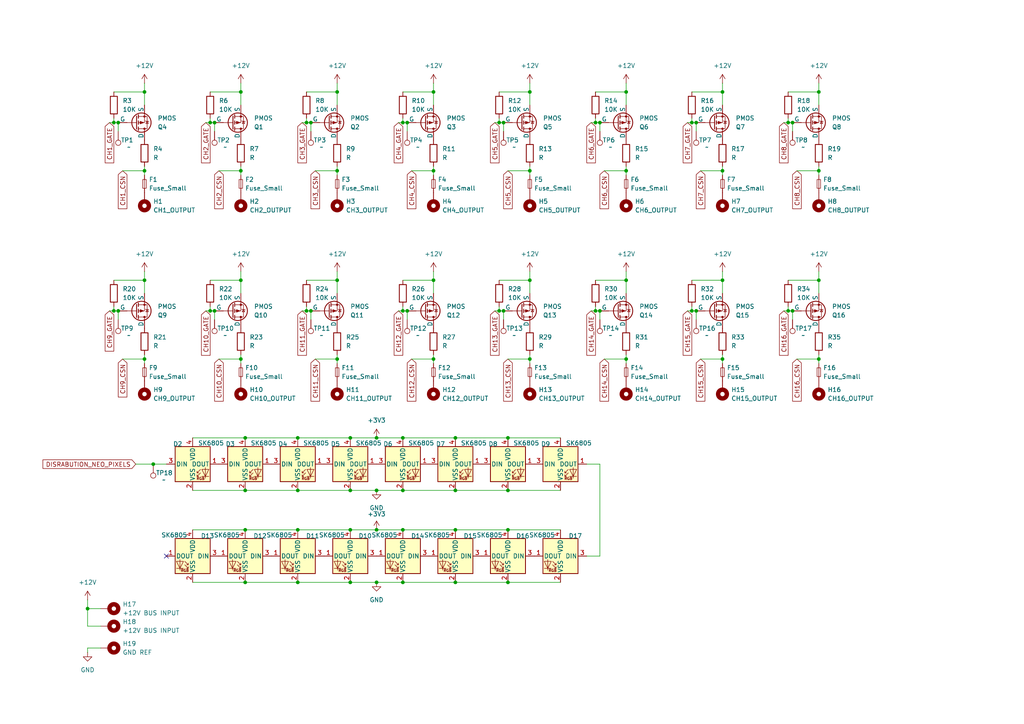
<source format=kicad_sch>
(kicad_sch (version 20250114) (generator "eeschema") (generator_version "9.0")
  (paper "A4")
  (junction (at 237.49 49.53))
  (junction (at 86.36 168.91))
  (junction (at 147.32 153.67))
  (junction (at 44.45 134.62))
  (junction (at 69.85 81.28))
  (junction (at 101.6 127))
  (junction (at 209.55 49.53))
  (junction (at 69.85 104.14))
  (junction (at 153.67 81.28))
  (junction (at 33.02 90.17))
  (junction (at 41.91 26.67))
  (junction (at 146.05 35.56))
  (junction (at 228.6 35.56))
  (junction (at 109.22 142.24))
  (junction (at 116.84 35.56))
  (junction (at 109.22 127))
  (junction (at 71.12 142.24))
  (junction (at 209.55 26.67))
  (junction (at 181.61 81.28))
  (junction (at 229.87 35.56))
  (junction (at 125.73 26.67))
  (junction (at 90.17 90.17))
  (junction (at 181.61 49.53))
  (junction (at 209.55 81.28))
  (junction (at 33.02 35.56))
  (junction (at 201.93 90.17))
  (junction (at 116.84 90.17))
  (junction (at 41.91 49.53))
  (junction (at 116.84 168.91))
  (junction (at 62.23 35.56))
  (junction (at 71.12 153.67))
  (junction (at 209.55 104.14))
  (junction (at 109.22 153.67))
  (junction (at 86.36 127))
  (junction (at 101.6 153.67))
  (junction (at 132.08 168.91))
  (junction (at 69.85 26.67))
  (junction (at 118.11 90.17))
  (junction (at 25.4 176.53))
  (junction (at 34.29 35.56))
  (junction (at 125.73 81.28))
  (junction (at 144.78 90.17))
  (junction (at 125.73 49.53))
  (junction (at 146.05 90.17))
  (junction (at 228.6 90.17))
  (junction (at 41.91 104.14))
  (junction (at 97.79 81.28))
  (junction (at 116.84 142.24))
  (junction (at 90.17 35.56))
  (junction (at 109.22 168.91))
  (junction (at 101.6 142.24))
  (junction (at 101.6 168.91))
  (junction (at 153.67 26.67))
  (junction (at 62.23 90.17))
  (junction (at 172.72 35.56))
  (junction (at 200.66 35.56))
  (junction (at 41.91 81.28))
  (junction (at 34.29 90.17))
  (junction (at 181.61 104.14))
  (junction (at 147.32 127))
  (junction (at 173.99 35.56))
  (junction (at 125.73 104.14))
  (junction (at 132.08 142.24))
  (junction (at 147.32 168.91))
  (junction (at 237.49 26.67))
  (junction (at 88.9 90.17))
  (junction (at 71.12 127))
  (junction (at 60.96 35.56))
  (junction (at 200.66 90.17))
  (junction (at 97.79 104.14))
  (junction (at 97.79 26.67))
  (junction (at 132.08 153.67))
  (junction (at 201.93 35.56))
  (junction (at 144.78 35.56))
  (junction (at 86.36 153.67))
  (junction (at 116.84 127))
  (junction (at 237.49 81.28))
  (junction (at 116.84 153.67))
  (junction (at 172.72 90.17))
  (junction (at 132.08 127))
  (junction (at 173.99 90.17))
  (junction (at 153.67 49.53))
  (junction (at 71.12 168.91))
  (junction (at 86.36 142.24))
  (junction (at 60.96 90.17))
  (junction (at 153.67 104.14))
  (junction (at 69.85 49.53))
  (junction (at 229.87 90.17))
  (junction (at 237.49 104.14))
  (junction (at 118.11 35.56))
  (junction (at 88.9 35.56))
  (junction (at 147.32 142.24))
  (junction (at 97.79 49.53))
  (junction (at 181.61 26.67))
  (no_connect (at 48.26 161.29))
  (wire (pts (xy 172.72 35.56) (xy 173.99 35.56)))
  (wire (pts (xy 62.23 90.17) (xy 62.23 92.71)))
  (wire (pts (xy 109.22 127) (xy 116.84 127)))
  (wire (pts (xy 86.36 127) (xy 101.6 127)))
  (wire (pts (xy 101.6 153.67) (xy 109.22 153.67)))
  (wire (pts (xy 97.79 26.67) (xy 97.79 30.48)))
  (wire (pts (xy 116.84 153.67) (xy 132.08 153.67)))
  (wire (pts (xy 116.84 88.9) (xy 116.84 90.17)))
  (wire (pts (xy 237.49 81.28) (xy 237.49 85.09)))
  (wire (pts (xy 116.84 168.91) (xy 132.08 168.91)))
  (wire (pts (xy 237.49 24.13) (xy 237.49 26.67)))
  (wire (pts (xy 33.02 26.67) (xy 41.91 26.67)))
  (wire (pts (xy 132.08 127) (xy 147.32 127)))
  (wire (pts (xy 91.44 49.53) (xy 97.79 49.53)))
  (wire (pts (xy 181.61 26.67) (xy 181.61 30.48)))
  (wire (pts (xy 41.91 48.26) (xy 41.91 49.53)))
  (wire (pts (xy 31.75 90.17) (xy 33.02 90.17)))
  (wire (pts (xy 153.67 81.28) (xy 153.67 85.09)))
  (wire (pts (xy 71.12 142.24) (xy 86.36 142.24)))
  (wire (pts (xy 69.85 102.87) (xy 69.85 104.14)))
  (wire (pts (xy 41.91 81.28) (xy 41.91 85.09)))
  (wire (pts (xy 116.84 26.67) (xy 125.73 26.67)))
  (wire (pts (xy 63.5 104.14) (xy 69.85 104.14)))
  (wire (pts (xy 147.32 142.24) (xy 162.56 142.24)))
  (wire (pts (xy 88.9 34.29) (xy 88.9 35.56)))
  (wire (pts (xy 147.32 168.91) (xy 162.56 168.91)))
  (wire (pts (xy 181.61 104.14) (xy 181.61 105.41)))
  (wire (pts (xy 69.85 78.74) (xy 69.85 81.28)))
  (wire (pts (xy 87.63 35.56) (xy 88.9 35.56)))
  (wire (pts (xy 41.91 26.67) (xy 41.91 30.48)))
  (wire (pts (xy 144.78 88.9) (xy 144.78 90.17)))
  (wire (pts (xy 101.6 168.91) (xy 109.22 168.91)))
  (wire (pts (xy 132.08 153.67) (xy 147.32 153.67)))
  (wire (pts (xy 144.78 34.29) (xy 144.78 35.56)))
  (wire (pts (xy 33.02 35.56) (xy 34.29 35.56)))
  (wire (pts (xy 109.22 142.24) (xy 116.84 142.24)))
  (wire (pts (xy 228.6 81.28) (xy 237.49 81.28)))
  (wire (pts (xy 173.99 134.62) (xy 173.99 161.29)))
  (wire (pts (xy 153.67 102.87) (xy 153.67 104.14)))
  (wire (pts (xy 97.79 81.28) (xy 97.79 85.09)))
  (wire (pts (xy 69.85 49.53) (xy 69.85 50.8)))
  (wire (pts (xy 209.55 48.26) (xy 209.55 49.53)))
  (wire (pts (xy 88.9 90.17) (xy 90.17 90.17)))
  (wire (pts (xy 116.84 142.24) (xy 132.08 142.24)))
  (wire (pts (xy 153.67 24.13) (xy 153.67 26.67)))
  (wire (pts (xy 125.73 104.14) (xy 125.73 105.41)))
  (wire (pts (xy 86.36 142.24) (xy 101.6 142.24)))
  (wire (pts (xy 25.4 173.99) (xy 25.4 176.53)))
  (wire (pts (xy 33.02 34.29) (xy 33.02 35.56)))
  (wire (pts (xy 41.91 49.53) (xy 41.91 50.8)))
  (wire (pts (xy 88.9 26.67) (xy 97.79 26.67)))
  (wire (pts (xy 116.84 90.17) (xy 118.11 90.17)))
  (wire (pts (xy 209.55 24.13) (xy 209.55 26.67)))
  (wire (pts (xy 173.99 35.56) (xy 173.99 38.1)))
  (wire (pts (xy 227.33 90.17) (xy 228.6 90.17)))
  (wire (pts (xy 60.96 35.56) (xy 62.23 35.56)))
  (wire (pts (xy 125.73 49.53) (xy 125.73 50.8)))
  (wire (pts (xy 59.69 90.17) (xy 60.96 90.17)))
  (wire (pts (xy 170.18 134.62) (xy 173.99 134.62)))
  (wire (pts (xy 69.85 24.13) (xy 69.85 26.67)))
  (wire (pts (xy 35.56 104.14) (xy 41.91 104.14)))
  (wire (pts (xy 175.26 104.14) (xy 181.61 104.14)))
  (wire (pts (xy 88.9 35.56) (xy 90.17 35.56)))
  (wire (pts (xy 60.96 88.9) (xy 60.96 90.17)))
  (wire (pts (xy 153.67 78.74) (xy 153.67 81.28)))
  (wire (pts (xy 209.55 78.74) (xy 209.55 81.28)))
  (wire (pts (xy 44.45 134.62) (xy 48.26 134.62)))
  (wire (pts (xy 55.88 168.91) (xy 71.12 168.91)))
  (wire (pts (xy 209.55 102.87) (xy 209.55 104.14)))
  (wire (pts (xy 209.55 49.53) (xy 209.55 50.8)))
  (wire (pts (xy 33.02 90.17) (xy 34.29 90.17)))
  (wire (pts (xy 90.17 35.56) (xy 90.17 38.1)))
  (wire (pts (xy 55.88 142.24) (xy 71.12 142.24)))
  (wire (pts (xy 116.84 34.29) (xy 116.84 35.56)))
  (wire (pts (xy 144.78 35.56) (xy 146.05 35.56)))
  (wire (pts (xy 144.78 26.67) (xy 153.67 26.67)))
  (wire (pts (xy 200.66 26.67) (xy 209.55 26.67)))
  (wire (pts (xy 146.05 90.17) (xy 146.05 92.71)))
  (wire (pts (xy 86.36 168.91) (xy 101.6 168.91)))
  (wire (pts (xy 229.87 35.56) (xy 229.87 38.1)))
  (wire (pts (xy 25.4 181.61) (xy 29.21 181.61)))
  (wire (pts (xy 35.56 49.53) (xy 41.91 49.53)))
  (wire (pts (xy 97.79 78.74) (xy 97.79 81.28)))
  (wire (pts (xy 101.6 127) (xy 109.22 127)))
  (wire (pts (xy 116.84 35.56) (xy 118.11 35.56)))
  (wire (pts (xy 69.85 104.14) (xy 69.85 105.41)))
  (wire (pts (xy 144.78 90.17) (xy 146.05 90.17)))
  (wire (pts (xy 125.73 78.74) (xy 125.73 81.28)))
  (wire (pts (xy 60.96 26.67) (xy 69.85 26.67)))
  (wire (pts (xy 109.22 153.67) (xy 116.84 153.67)))
  (wire (pts (xy 171.45 35.56) (xy 172.72 35.56)))
  (wire (pts (xy 181.61 81.28) (xy 181.61 85.09)))
  (wire (pts (xy 143.51 35.56) (xy 144.78 35.56)))
  (wire (pts (xy 125.73 48.26) (xy 125.73 49.53)))
  (wire (pts (xy 228.6 34.29) (xy 228.6 35.56)))
  (wire (pts (xy 25.4 187.96) (xy 29.21 187.96)))
  (wire (pts (xy 34.29 90.17) (xy 34.29 92.71)))
  (wire (pts (xy 60.96 81.28) (xy 69.85 81.28)))
  (wire (pts (xy 228.6 35.56) (xy 229.87 35.56)))
  (wire (pts (xy 69.85 26.67) (xy 69.85 30.48)))
  (wire (pts (xy 69.85 81.28) (xy 69.85 85.09)))
  (wire (pts (xy 172.72 90.17) (xy 173.99 90.17)))
  (wire (pts (xy 25.4 176.53) (xy 29.21 176.53)))
  (wire (pts (xy 41.91 102.87) (xy 41.91 104.14)))
  (wire (pts (xy 209.55 104.14) (xy 209.55 105.41)))
  (wire (pts (xy 101.6 142.24) (xy 109.22 142.24)))
  (wire (pts (xy 119.38 104.14) (xy 125.73 104.14)))
  (wire (pts (xy 41.91 78.74) (xy 41.91 81.28)))
  (wire (pts (xy 33.02 88.9) (xy 33.02 90.17)))
  (wire (pts (xy 227.33 35.56) (xy 228.6 35.56)))
  (wire (pts (xy 97.79 49.53) (xy 97.79 50.8)))
  (wire (pts (xy 147.32 127) (xy 162.56 127)))
  (wire (pts (xy 200.66 35.56) (xy 201.93 35.56)))
  (wire (pts (xy 173.99 161.29) (xy 170.18 161.29)))
  (wire (pts (xy 31.75 35.56) (xy 33.02 35.56)))
  (wire (pts (xy 228.6 90.17) (xy 229.87 90.17)))
  (wire (pts (xy 201.93 90.17) (xy 201.93 92.71)))
  (wire (pts (xy 86.36 153.67) (xy 101.6 153.67)))
  (wire (pts (xy 90.17 90.17) (xy 90.17 92.71)))
  (wire (pts (xy 60.96 90.17) (xy 62.23 90.17)))
  (wire (pts (xy 62.23 35.56) (xy 62.23 38.1)))
  (wire (pts (xy 39.37 134.62) (xy 44.45 134.62)))
  (wire (pts (xy 209.55 26.67) (xy 209.55 30.48)))
  (wire (pts (xy 118.11 35.56) (xy 118.11 38.1)))
  (wire (pts (xy 209.55 81.28) (xy 209.55 85.09)))
  (wire (pts (xy 237.49 26.67) (xy 237.49 30.48)))
  (wire (pts (xy 116.84 127) (xy 132.08 127)))
  (wire (pts (xy 143.51 90.17) (xy 144.78 90.17)))
  (wire (pts (xy 88.9 81.28) (xy 97.79 81.28)))
  (wire (pts (xy 231.14 49.53) (xy 237.49 49.53)))
  (wire (pts (xy 97.79 24.13) (xy 97.79 26.67)))
  (wire (pts (xy 97.79 104.14) (xy 97.79 105.41)))
  (wire (pts (xy 200.66 81.28) (xy 209.55 81.28)))
  (wire (pts (xy 237.49 78.74) (xy 237.49 81.28)))
  (wire (pts (xy 231.14 104.14) (xy 237.49 104.14)))
  (wire (pts (xy 200.66 88.9) (xy 200.66 90.17)))
  (wire (pts (xy 181.61 24.13) (xy 181.61 26.67)))
  (wire (pts (xy 146.05 35.56) (xy 146.05 38.1)))
  (wire (pts (xy 88.9 88.9) (xy 88.9 90.17)))
  (wire (pts (xy 132.08 142.24) (xy 147.32 142.24)))
  (wire (pts (xy 172.72 34.29) (xy 172.72 35.56)))
  (wire (pts (xy 125.73 24.13) (xy 125.73 26.67)))
  (wire (pts (xy 147.32 104.14) (xy 153.67 104.14)))
  (wire (pts (xy 144.78 81.28) (xy 153.67 81.28)))
  (wire (pts (xy 55.88 153.67) (xy 71.12 153.67)))
  (wire (pts (xy 171.45 90.17) (xy 172.72 90.17)))
  (wire (pts (xy 109.22 168.91) (xy 116.84 168.91)))
  (wire (pts (xy 116.84 81.28) (xy 125.73 81.28)))
  (wire (pts (xy 237.49 102.87) (xy 237.49 104.14)))
  (wire (pts (xy 181.61 102.87) (xy 181.61 104.14)))
  (wire (pts (xy 125.73 102.87) (xy 125.73 104.14)))
  (wire (pts (xy 175.26 49.53) (xy 181.61 49.53)))
  (wire (pts (xy 199.39 35.56) (xy 200.66 35.56)))
  (wire (pts (xy 87.63 90.17) (xy 88.9 90.17)))
  (wire (pts (xy 91.44 104.14) (xy 97.79 104.14)))
  (wire (pts (xy 25.4 176.53) (xy 25.4 181.61)))
  (wire (pts (xy 71.12 168.91) (xy 86.36 168.91)))
  (wire (pts (xy 172.72 88.9) (xy 172.72 90.17)))
  (wire (pts (xy 203.2 104.14) (xy 209.55 104.14)))
  (wire (pts (xy 237.49 49.53) (xy 237.49 50.8)))
  (wire (pts (xy 147.32 153.67) (xy 162.56 153.67)))
  (wire (pts (xy 34.29 35.56) (xy 34.29 38.1)))
  (wire (pts (xy 228.6 88.9) (xy 228.6 90.17)))
  (wire (pts (xy 200.66 90.17) (xy 201.93 90.17)))
  (wire (pts (xy 201.93 35.56) (xy 201.93 38.1)))
  (wire (pts (xy 132.08 168.91) (xy 147.32 168.91)))
  (wire (pts (xy 200.66 34.29) (xy 200.66 35.56)))
  (wire (pts (xy 203.2 49.53) (xy 209.55 49.53)))
  (wire (pts (xy 181.61 78.74) (xy 181.61 81.28)))
  (wire (pts (xy 33.02 81.28) (xy 41.91 81.28)))
  (wire (pts (xy 71.12 127) (xy 86.36 127)))
  (wire (pts (xy 172.72 81.28) (xy 181.61 81.28)))
  (wire (pts (xy 41.91 104.14) (xy 41.91 105.41)))
  (wire (pts (xy 153.67 48.26) (xy 153.67 49.53)))
  (wire (pts (xy 60.96 34.29) (xy 60.96 35.56)))
  (wire (pts (xy 55.88 127) (xy 71.12 127)))
  (wire (pts (xy 59.69 35.56) (xy 60.96 35.56)))
  (wire (pts (xy 97.79 48.26) (xy 97.79 49.53)))
  (wire (pts (xy 69.85 48.26) (xy 69.85 49.53)))
  (wire (pts (xy 115.57 35.56) (xy 116.84 35.56)))
  (wire (pts (xy 237.49 104.14) (xy 237.49 105.41)))
  (wire (pts (xy 172.72 26.67) (xy 181.61 26.67)))
  (wire (pts (xy 41.91 24.13) (xy 41.91 26.67)))
  (wire (pts (xy 153.67 49.53) (xy 153.67 50.8)))
  (wire (pts (xy 71.12 153.67) (xy 86.36 153.67)))
  (wire (pts (xy 237.49 48.26) (xy 237.49 49.53)))
  (wire (pts (xy 25.4 189.23) (xy 25.4 187.96)))
  (wire (pts (xy 229.87 90.17) (xy 229.87 92.71)))
  (wire (pts (xy 153.67 26.67) (xy 153.67 30.48)))
  (wire (pts (xy 97.79 102.87) (xy 97.79 104.14)))
  (wire (pts (xy 228.6 26.67) (xy 237.49 26.67)))
  (wire (pts (xy 173.99 90.17) (xy 173.99 92.71)))
  (wire (pts (xy 119.38 49.53) (xy 125.73 49.53)))
  (wire (pts (xy 63.5 49.53) (xy 69.85 49.53)))
  (wire (pts (xy 147.32 49.53) (xy 153.67 49.53)))
  (wire (pts (xy 199.39 90.17) (xy 200.66 90.17)))
  (wire (pts (xy 115.57 90.17) (xy 116.84 90.17)))
  (wire (pts (xy 118.11 90.17) (xy 118.11 92.71)))
  (wire (pts (xy 181.61 49.53) (xy 181.61 50.8)))
  (wire (pts (xy 181.61 48.26) (xy 181.61 49.53)))
  (wire (pts (xy 125.73 26.67) (xy 125.73 30.48)))
  (wire (pts (xy 125.73 81.28) (xy 125.73 85.09)))
  (wire (pts (xy 153.67 104.14) (xy 153.67 105.41)))
  (global_label "CH15_GATE" (shape input) (at 199.39 90.17 270) (property "Intersheetrefs" "${INTERSHEET_REFS}" (effects (hide yes))))
  (global_label "CH16_CSN" (shape input) (at 231.14 104.14 270) (property "Intersheetrefs" "${INTERSHEET_REFS}" (effects (hide yes))))
  (global_label "CH16_GATE" (shape input) (at 227.33 90.17 270) (property "Intersheetrefs" "${INTERSHEET_REFS}" (effects (hide yes))))
  (global_label "CH9_CSN" (shape input) (at 35.56 104.14 270) (property "Intersheetrefs" "${INTERSHEET_REFS}" (effects (hide yes))))
  (global_label "CH12_CSN" (shape input) (at 119.38 104.14 270) (property "Intersheetrefs" "${INTERSHEET_REFS}" (effects (hide yes))))
  (global_label "CH1_CSN" (shape input) (at 35.56 49.53 270) (property "Intersheetrefs" "${INTERSHEET_REFS}" (effects (hide yes))))
  (global_label "CH3_CSN" (shape input) (at 91.44 49.53 270) (property "Intersheetrefs" "${INTERSHEET_REFS}" (effects (hide yes))))
  (global_label "CH5_CSN" (shape input) (at 147.32 49.53 270) (property "Intersheetrefs" "${INTERSHEET_REFS}" (effects (hide yes))))
  (global_label "CH13_GATE" (shape input) (at 143.51 90.17 270) (property "Intersheetrefs" "${INTERSHEET_REFS}" (effects (hide yes))))
  (global_label "DISRABUTION_NEO_PIXELS" (shape input) (at 39.37 134.62 180) (property "Intersheetrefs" "${INTERSHEET_REFS}" (effects (hide yes))))
  (global_label "CH8_CSN" (shape input) (at 231.14 49.53 270) (property "Intersheetrefs" "${INTERSHEET_REFS}" (effects (hide yes))))
  (global_label "CH10_CSN" (shape input) (at 63.5 104.14 270) (property "Intersheetrefs" "${INTERSHEET_REFS}" (effects (hide yes))))
  (global_label "CH10_GATE" (shape input) (at 59.69 90.17 270) (property "Intersheetrefs" "${INTERSHEET_REFS}" (effects (hide yes))))
  (global_label "CH12_GATE" (shape input) (at 115.57 90.17 270) (property "Intersheetrefs" "${INTERSHEET_REFS}" (effects (hide yes))))
  (global_label "CH2_GATE" (shape input) (at 59.69 35.56 270) (property "Intersheetrefs" "${INTERSHEET_REFS}" (effects (hide yes))))
  (global_label "CH9_GATE" (shape input) (at 31.75 90.17 270) (property "Intersheetrefs" "${INTERSHEET_REFS}" (effects (hide yes))))
  (global_label "CH6_CSN" (shape input) (at 175.26 49.53 270) (property "Intersheetrefs" "${INTERSHEET_REFS}" (effects (hide yes))))
  (global_label "CH11_GATE" (shape input) (at 87.63 90.17 270) (property "Intersheetrefs" "${INTERSHEET_REFS}" (effects (hide yes))))
  (global_label "CH3_GATE" (shape input) (at 87.63 35.56 270) (property "Intersheetrefs" "${INTERSHEET_REFS}" (effects (hide yes))))
  (global_label "CH8_GATE" (shape input) (at 227.33 35.56 270) (property "Intersheetrefs" "${INTERSHEET_REFS}" (effects (hide yes))))
  (global_label "CH1_GATE" (shape input) (at 31.75 35.56 270) (property "Intersheetrefs" "${INTERSHEET_REFS}" (effects (hide yes))))
  (global_label "CH6_GATE" (shape input) (at 171.45 35.56 270) (property "Intersheetrefs" "${INTERSHEET_REFS}" (effects (hide yes))))
  (global_label "CH7_GATE" (shape input) (at 199.39 35.56 270) (property "Intersheetrefs" "${INTERSHEET_REFS}" (effects (hide yes))))
  (global_label "CH2_CSN" (shape input) (at 63.5 49.53 270) (property "Intersheetrefs" "${INTERSHEET_REFS}" (effects (hide yes))))
  (global_label "CH13_CSN" (shape input) (at 147.32 104.14 270) (property "Intersheetrefs" "${INTERSHEET_REFS}" (effects (hide yes))))
  (global_label "CH5_GATE" (shape input) (at 143.51 35.56 270) (property "Intersheetrefs" "${INTERSHEET_REFS}" (effects (hide yes))))
  (global_label "CH11_CSN" (shape input) (at 91.44 104.14 270) (property "Intersheetrefs" "${INTERSHEET_REFS}" (effects (hide yes))))
  (global_label "CH15_CSN" (shape input) (at 203.2 104.14 270) (property "Intersheetrefs" "${INTERSHEET_REFS}" (effects (hide yes))))
  (global_label "CH14_CSN" (shape input) (at 175.26 104.14 270) (property "Intersheetrefs" "${INTERSHEET_REFS}" (effects (hide yes))))
  (global_label "CH4_CSN" (shape input) (at 119.38 49.53 270) (property "Intersheetrefs" "${INTERSHEET_REFS}" (effects (hide yes))))
  (global_label "CH4_GATE" (shape input) (at 115.57 35.56 270) (property "Intersheetrefs" "${INTERSHEET_REFS}" (effects (hide yes))))
  (global_label "CH7_CSN" (shape input) (at 203.2 49.53 270) (property "Intersheetrefs" "${INTERSHEET_REFS}" (effects (hide yes))))
  (global_label "CH14_GATE" (shape input) (at 171.45 90.17 270) (property "Intersheetrefs" "${INTERSHEET_REFS}" (effects (hide yes))))
  (symbol (lib_id "Device:R") (at 41.91 99.06 0) (unit 1)
    (property "Reference" "R21" (at 44.45 97.7899 0) (effects (justify left)))
    (property "Value" "R" (at 44.45 100.3299 0) (effects (justify left)))
    (property "Description" "Resistor" (effects (hide yes)))
  )
  (symbol (lib_id "Connector:TestPoint") (at 118.11 92.71 180) (unit 1)
    (property "Reference" "TP12" (at 118.872 95.25 0) (effects (justify right)))
    (property "Value" "~" (at 120.65 97.282 0) (effects (justify right)))
    (property "Description" "test point" (effects (hide yes)))
  )
  (symbol (lib_id "LED:SK6805") (at 86.36 134.62 0) (unit 1)
    (property "Reference" "D4" (at 82.042 128.778 0))
    (property "Value" "SK6805" (at 91.694 128.524 0))
    (property "Footprint" "LED_SMD:LED_SK6805_PLCC4_2.4x2.7mm_P1.3mm" (effects (hide yes)))
    (property "Datasheet" "https://cdn-shop.adafruit.com/product-files/3484/3484_Datasheet.pdf" (effects (hide yes)))
    (property "Description" "RGB LED with integrated controller" (effects (hide yes)))
  )
  (symbol (lib_id "Device:Fuse_Small") (at 237.49 107.95 90) (unit 1)
    (property "Reference" "F16" (at 238.76 106.6799 90) (effects (justify right)))
    (property "Value" "Fuse_Small" (at 238.76 109.2199 90) (effects (justify right)))
    (property "Description" "Fuse, small symbol" (effects (hide yes)))
  )
  (symbol (lib_id "Simulation_SPICE:PMOS") (at 39.37 35.56 0) (mirror x) (unit 1)
    (property "Reference" "Q4" (at 45.72 36.8301 0) (effects (justify left)))
    (property "Value" "PMOS" (at 45.72 34.2901 0) (effects (justify left)))
    (property "Datasheet" "https://ngspice.sourceforge.io/docs/ngspice-html-manual/manual.xhtml#cha_MOSFETs" (effects (hide yes)))
    (property "Description" "P-MOSFET transistor, drain/source/gate" (effects (hide yes)))
    (property "Sim.Device" "PMOS" (effects (hide yes)))
    (property "Sim.Type" "VDMOS" (effects (hide yes)))
    (property "Sim.Pins" "1=D 2=G 3=S" (effects (hide yes)))
    (property "Digikey Part Number" "SISS27DN-T1-GE3CT-ND" (effects (hide yes)))
  )
  (symbol (lib_id "Device:Fuse_Small") (at 69.85 107.95 90) (unit 1)
    (property "Reference" "F10" (at 71.12 106.6799 90) (effects (justify right)))
    (property "Value" "Fuse_Small" (at 71.12 109.2199 90) (effects (justify right)))
    (property "Description" "Fuse, small symbol" (effects (hide yes)))
  )
  (symbol (lib_id "Mechanical:MountingHole_Pad") (at 41.91 113.03 180) (unit 1) (in_bom no)
    (property "Reference" "H9" (at 44.45 113.0299 0) (effects (justify right)))
    (property "Value" "CH9_OUTPUT" (at 44.45 115.5699 0) (effects (justify right)))
    (property "Description" "Mounting Hole with connection" (effects (hide yes)))
  )
  (symbol (lib_id "LED:SK6805") (at 116.84 134.62 0) (unit 1)
    (property "Reference" "D6" (at 112.522 128.778 0))
    (property "Value" "SK6805" (at 122.174 128.524 0))
    (property "Footprint" "LED_SMD:LED_SK6805_PLCC4_2.4x2.7mm_P1.3mm" (effects (hide yes)))
    (property "Datasheet" "https://cdn-shop.adafruit.com/product-files/3484/3484_Datasheet.pdf" (effects (hide yes)))
    (property "Description" "RGB LED with integrated controller" (effects (hide yes)))
  )
  (symbol (lib_id "power:+12V") (at 237.49 24.13 0) (unit 1)
    (property "Reference" "#PWR018" (effects (hide yes)))
    (property "Value" "+12V" (at 237.49 19.05 0))
    (property "Description" "Power symbol creates a global label with name \"+12V\"" (effects (hide yes)))
  )
  (symbol (lib_id "Simulation_SPICE:PMOS") (at 39.37 90.17 0) (mirror x) (unit 1)
    (property "Reference" "Q9" (at 45.72 91.4401 0) (effects (justify left)))
    (property "Value" "PMOS" (at 45.72 88.9001 0) (effects (justify left)))
    (property "Datasheet" "https://ngspice.sourceforge.io/docs/ngspice-html-manual/manual.xhtml#cha_MOSFETs" (effects (hide yes)))
    (property "Description" "P-MOSFET transistor, drain/source/gate" (effects (hide yes)))
    (property "Sim.Device" "PMOS" (effects (hide yes)))
    (property "Sim.Type" "VDMOS" (effects (hide yes)))
    (property "Sim.Pins" "1=D 2=G 3=S" (effects (hide yes)))
    (property "Digikey Part Number" "SISS27DN-T1-GE3CT-ND" (effects (hide yes)))
  )
  (symbol (lib_id "LED:SK6805") (at 147.32 134.62 0) (unit 1)
    (property "Reference" "D8" (at 143.002 128.778 0))
    (property "Value" "SK6805" (at 152.654 128.524 0))
    (property "Footprint" "LED_SMD:LED_SK6805_PLCC4_2.4x2.7mm_P1.3mm" (effects (hide yes)))
    (property "Datasheet" "https://cdn-shop.adafruit.com/product-files/3484/3484_Datasheet.pdf" (effects (hide yes)))
    (property "Description" "RGB LED with integrated controller" (effects (hide yes)))
  )
  (symbol (lib_id "power:+12V") (at 41.91 78.74 0) (unit 1)
    (property "Reference" "#PWR019" (effects (hide yes)))
    (property "Value" "+12V" (at 41.91 73.66 0))
    (property "Description" "Power symbol creates a global label with name \"+12V\"" (effects (hide yes)))
  )
  (symbol (lib_id "Device:Fuse_Small") (at 153.67 107.95 90) (unit 1)
    (property "Reference" "F13" (at 154.94 106.6799 90) (effects (justify right)))
    (property "Value" "Fuse_Small" (at 154.94 109.2199 90) (effects (justify right)))
    (property "Description" "Fuse, small symbol" (effects (hide yes)))
  )
  (symbol (lib_id "Device:Fuse_Small") (at 97.79 53.34 90) (unit 1)
    (property "Reference" "F3" (at 99.06 52.0699 90) (effects (justify right)))
    (property "Value" "Fuse_Small" (at 99.06 54.6099 90) (effects (justify right)))
    (property "Description" "Fuse, small symbol" (effects (hide yes)))
  )
  (symbol (lib_id "Device:Fuse_Small") (at 41.91 107.95 90) (unit 1)
    (property "Reference" "F9" (at 43.18 106.6799 90) (effects (justify right)))
    (property "Value" "Fuse_Small" (at 43.18 109.2199 90) (effects (justify right)))
    (property "Description" "Fuse, small symbol" (effects (hide yes)))
  )
  (symbol (lib_id "Device:R") (at 228.6 30.48 0) (unit 1)
    (property "Reference" "R18" (at 231.14 29.2099 0) (effects (justify left)))
    (property "Value" "10K" (at 231.14 31.7499 0) (effects (justify left)))
    (property "Description" "Resistor" (effects (hide yes)))
  )
  (symbol (lib_id "LED:SK6805") (at 147.32 161.29 0) (mirror y) (unit 1)
    (property "Reference" "D16" (at 151.638 155.448 0))
    (property "Value" "SK6805" (at 141.986 155.194 0))
    (property "Footprint" "LED_SMD:LED_SK6805_PLCC4_2.4x2.7mm_P1.3mm" (effects (hide yes)))
    (property "Datasheet" "https://cdn-shop.adafruit.com/product-files/3484/3484_Datasheet.pdf" (effects (hide yes)))
    (property "Description" "RGB LED with integrated controller" (effects (hide yes)))
  )
  (symbol (lib_id "Connector:TestPoint") (at 201.93 92.71 180) (unit 1)
    (property "Reference" "TP16" (at 202.692 95.25 0) (effects (justify right)))
    (property "Value" "~" (at 204.47 97.282 0) (effects (justify right)))
    (property "Description" "test point" (effects (hide yes)))
  )
  (symbol (lib_id "Device:R") (at 88.9 30.48 0) (unit 1)
    (property "Reference" "R8" (at 91.44 29.2099 0) (effects (justify left)))
    (property "Value" "10K" (at 91.44 31.7499 0) (effects (justify left)))
    (property "Description" "Resistor" (effects (hide yes)))
  )
  (symbol (lib_id "Device:Fuse_Small") (at 181.61 53.34 90) (unit 1)
    (property "Reference" "F6" (at 182.88 52.0699 90) (effects (justify right)))
    (property "Value" "Fuse_Small" (at 182.88 54.6099 90) (effects (justify right)))
    (property "Description" "Fuse, small symbol" (effects (hide yes)))
  )
  (symbol (lib_id "Device:R") (at 125.73 99.06 0) (unit 1)
    (property "Reference" "R27" (at 128.27 97.7899 0) (effects (justify left)))
    (property "Value" "R" (at 128.27 100.3299 0) (effects (justify left)))
    (property "Description" "Resistor" (effects (hide yes)))
  )
  (symbol (lib_id "power:+3V3") (at 109.22 127 0) (unit 1)
    (property "Reference" "#PWR076" (effects (hide yes)))
    (property "Value" "+3V3" (at 109.22 121.92 0))
    (property "Description" "Power symbol creates a global label with name \"+3V3\"" (effects (hide yes)))
  )
  (symbol (lib_id "LED:SK6805") (at 116.84 161.29 0) (mirror y) (unit 1)
    (property "Reference" "D14" (at 121.158 155.448 0))
    (property "Value" "SK6805" (at 111.506 155.194 0))
    (property "Footprint" "LED_SMD:LED_SK6805_PLCC4_2.4x2.7mm_P1.3mm" (effects (hide yes)))
    (property "Datasheet" "https://cdn-shop.adafruit.com/product-files/3484/3484_Datasheet.pdf" (effects (hide yes)))
    (property "Description" "RGB LED with integrated controller" (effects (hide yes)))
  )
  (symbol (lib_id "Mechanical:MountingHole_Pad") (at 181.61 113.03 180) (unit 1) (in_bom no)
    (property "Reference" "H14" (at 184.15 113.0299 0) (effects (justify right)))
    (property "Value" "CH14_OUTPUT" (at 184.15 115.5699 0) (effects (justify right)))
    (property "Description" "Mounting Hole with connection" (effects (hide yes)))
  )
  (symbol (lib_id "Simulation_SPICE:PMOS") (at 123.19 35.56 0) (mirror x) (unit 1)
    (property "Reference" "Q3" (at 129.54 36.8301 0) (effects (justify left)))
    (property "Value" "PMOS" (at 129.54 34.2901 0) (effects (justify left)))
    (property "Datasheet" "https://ngspice.sourceforge.io/docs/ngspice-html-manual/manual.xhtml#cha_MOSFETs" (effects (hide yes)))
    (property "Description" "P-MOSFET transistor, drain/source/gate" (effects (hide yes)))
    (property "Sim.Device" "PMOS" (effects (hide yes)))
    (property "Sim.Type" "VDMOS" (effects (hide yes)))
    (property "Sim.Pins" "1=D 2=G 3=S" (effects (hide yes)))
    (property "Digikey Part Number" "SISS27DN-T1-GE3CT-ND" (effects (hide yes)))
  )
  (symbol (lib_id "Device:R") (at 144.78 85.09 0) (unit 1)
    (property "Reference" "R28" (at 147.32 83.8199 0) (effects (justify left)))
    (property "Value" "10K" (at 147.32 86.3599 0) (effects (justify left)))
    (property "Description" "Resistor" (effects (hide yes)))
  )
  (symbol (lib_id "LED:SK6805") (at 162.56 161.29 0) (mirror y) (unit 1)
    (property "Reference" "D17" (at 166.878 155.448 0))
    (property "Value" "SK6805" (at 157.226 155.194 0))
    (property "Footprint" "LED_SMD:LED_SK6805_PLCC4_2.4x2.7mm_P1.3mm" (effects (hide yes)))
    (property "Datasheet" "https://cdn-shop.adafruit.com/product-files/3484/3484_Datasheet.pdf" (effects (hide yes)))
    (property "Description" "RGB LED with integrated controller" (effects (hide yes)))
  )
  (symbol (lib_id "power:+12V") (at 125.73 78.74 0) (unit 1)
    (property "Reference" "#PWR024" (effects (hide yes)))
    (property "Value" "+12V" (at 125.73 73.66 0))
    (property "Description" "Power symbol creates a global label with name \"+12V\"" (effects (hide yes)))
  )
  (symbol (lib_id "Mechanical:MountingHole_Pad") (at 31.75 176.53 270) (unit 1) (in_bom no)
    (property "Reference" "H17" (at 35.56 175.2599 90) (effects (justify left)))
    (property "Value" "+12V BUS INPUT" (at 35.56 177.7999 90) (effects (justify left)))
    (property "Description" "Mounting Hole with connection" (effects (hide yes)))
  )
  (symbol (lib_id "power:+12V") (at 181.61 78.74 0) (unit 1)
    (property "Reference" "#PWR027" (effects (hide yes)))
    (property "Value" "+12V" (at 181.61 73.66 0))
    (property "Description" "Power symbol creates a global label with name \"+12V\"" (effects (hide yes)))
  )
  (symbol (lib_id "power:+12V") (at 69.85 78.74 0) (unit 1)
    (property "Reference" "#PWR020" (effects (hide yes)))
    (property "Value" "+12V" (at 69.85 73.66 0))
    (property "Description" "Power symbol creates a global label with name \"+12V\"" (effects (hide yes)))
  )
  (symbol (lib_id "power:+12V") (at 209.55 24.13 0) (unit 1)
    (property "Reference" "#PWR017" (effects (hide yes)))
    (property "Value" "+12V" (at 209.55 19.05 0))
    (property "Description" "Power symbol creates a global label with name \"+12V\"" (effects (hide yes)))
  )
  (symbol (lib_id "LED:SK6805") (at 86.36 161.29 0) (mirror y) (unit 1)
    (property "Reference" "D11" (at 90.678 155.448 0))
    (property "Value" "SK6805" (at 81.026 155.194 0))
    (property "Footprint" "LED_SMD:LED_SK6805_PLCC4_2.4x2.7mm_P1.3mm" (effects (hide yes)))
    (property "Datasheet" "https://cdn-shop.adafruit.com/product-files/3484/3484_Datasheet.pdf" (effects (hide yes)))
    (property "Description" "RGB LED with integrated controller" (effects (hide yes)))
  )
  (symbol (lib_id "LED:SK6805") (at 132.08 161.29 0) (mirror y) (unit 1)
    (property "Reference" "D15" (at 136.398 155.448 0))
    (property "Value" "SK6805" (at 126.746 155.194 0))
    (property "Footprint" "LED_SMD:LED_SK6805_PLCC4_2.4x2.7mm_P1.3mm" (effects (hide yes)))
    (property "Datasheet" "https://cdn-shop.adafruit.com/product-files/3484/3484_Datasheet.pdf" (effects (hide yes)))
    (property "Description" "RGB LED with integrated controller" (effects (hide yes)))
  )
  (symbol (lib_id "Simulation_SPICE:PMOS") (at 95.25 35.56 0) (mirror x) (unit 1)
    (property "Reference" "Q2" (at 101.6 36.8301 0) (effects (justify left)))
    (property "Value" "PMOS" (at 101.6 34.2901 0) (effects (justify left)))
    (property "Datasheet" "https://ngspice.sourceforge.io/docs/ngspice-html-manual/manual.xhtml#cha_MOSFETs" (effects (hide yes)))
    (property "Description" "P-MOSFET transistor, drain/source/gate" (effects (hide yes)))
    (property "Sim.Device" "PMOS" (effects (hide yes)))
    (property "Sim.Type" "VDMOS" (effects (hide yes)))
    (property "Sim.Pins" "1=D 2=G 3=S" (effects (hide yes)))
    (property "Digikey Part Number" "SISS27DN-T1-GE3CT-ND" (effects (hide yes)))
  )
  (symbol (lib_id "Device:R") (at 116.84 85.09 0) (unit 1)
    (property "Reference" "R26" (at 119.38 83.8199 0) (effects (justify left)))
    (property "Value" "10K" (at 119.38 86.3599 0) (effects (justify left)))
    (property "Description" "Resistor" (effects (hide yes)))
  )
  (symbol (lib_id "Mechanical:MountingHole_Pad") (at 237.49 58.42 180) (unit 1) (in_bom no)
    (property "Reference" "H8" (at 240.03 58.4199 0) (effects (justify right)))
    (property "Value" "CH8_OUTPUT" (at 240.03 60.9599 0) (effects (justify right)))
    (property "Description" "Mounting Hole with connection" (effects (hide yes)))
  )
  (symbol (lib_id "Device:R") (at 60.96 30.48 0) (unit 1)
    (property "Reference" "R6" (at 63.5 29.2099 0) (effects (justify left)))
    (property "Value" "10K" (at 63.5 31.7499 0) (effects (justify left)))
    (property "Description" "Resistor" (effects (hide yes)))
  )
  (symbol (lib_id "Connector:TestPoint") (at 62.23 38.1 180) (unit 1)
    (property "Reference" "TP2" (at 62.992 40.64 0) (effects (justify right)))
    (property "Value" "~" (at 64.77 42.672 0) (effects (justify right)))
    (property "Description" "test point" (effects (hide yes)))
  )
  (symbol (lib_id "Device:R") (at 209.55 99.06 0) (unit 1)
    (property "Reference" "R33" (at 212.09 97.7899 0) (effects (justify left)))
    (property "Value" "R" (at 212.09 100.3299 0) (effects (justify left)))
    (property "Description" "Resistor" (effects (hide yes)))
  )
  (symbol (lib_id "Device:R") (at 69.85 99.06 0) (unit 1)
    (property "Reference" "R23" (at 72.39 97.7899 0) (effects (justify left)))
    (property "Value" "R" (at 72.39 100.3299 0) (effects (justify left)))
    (property "Description" "Resistor" (effects (hide yes)))
  )
  (symbol (lib_id "Simulation_SPICE:PMOS") (at 179.07 35.56 0) (mirror x) (unit 1)
    (property "Reference" "Q6" (at 185.42 36.8301 0) (effects (justify left)))
    (property "Value" "PMOS" (at 185.42 34.2901 0) (effects (justify left)))
    (property "Datasheet" "https://ngspice.sourceforge.io/docs/ngspice-html-manual/manual.xhtml#cha_MOSFETs" (effects (hide yes)))
    (property "Description" "P-MOSFET transistor, drain/source/gate" (effects (hide yes)))
    (property "Sim.Device" "PMOS" (effects (hide yes)))
    (property "Sim.Type" "VDMOS" (effects (hide yes)))
    (property "Sim.Pins" "1=D 2=G 3=S" (effects (hide yes)))
    (property "Digikey Part Number" "SISS27DN-T1-GE3CT-ND" (effects (hide yes)))
  )
  (symbol (lib_id "Connector:TestPoint") (at 118.11 38.1 180) (unit 1)
    (property "Reference" "TP4" (at 118.872 40.64 0) (effects (justify right)))
    (property "Value" "~" (at 120.65 42.672 0) (effects (justify right)))
    (property "Description" "test point" (effects (hide yes)))
  )
  (symbol (lib_id "Mechanical:MountingHole_Pad") (at 181.61 58.42 180) (unit 1) (in_bom no)
    (property "Reference" "H6" (at 184.15 58.4199 0) (effects (justify right)))
    (property "Value" "CH6_OUTPUT" (at 184.15 60.9599 0) (effects (justify right)))
    (property "Description" "Mounting Hole with connection" (effects (hide yes)))
  )
  (symbol (lib_id "Connector:TestPoint") (at 201.93 38.1 180) (unit 1)
    (property "Reference" "TP7" (at 202.692 40.64 0) (effects (justify right)))
    (property "Value" "~" (at 204.47 42.672 0) (effects (justify right)))
    (property "Description" "test point" (effects (hide yes)))
  )
  (symbol (lib_id "power:+12V") (at 97.79 78.74 0) (unit 1)
    (property "Reference" "#PWR022" (effects (hide yes)))
    (property "Value" "+12V" (at 97.79 73.66 0))
    (property "Description" "Power symbol creates a global label with name \"+12V\"" (effects (hide yes)))
  )
  (symbol (lib_id "Device:R") (at 237.49 99.06 0) (unit 1)
    (property "Reference" "R35" (at 240.03 97.7899 0) (effects (justify left)))
    (property "Value" "R" (at 240.03 100.3299 0) (effects (justify left)))
    (property "Description" "Resistor" (effects (hide yes)))
  )
  (symbol (lib_id "Simulation_SPICE:PMOS") (at 95.25 90.17 0) (mirror x) (unit 1)
    (property "Reference" "Q11" (at 101.6 91.4401 0) (effects (justify left)))
    (property "Value" "PMOS" (at 101.6 88.9001 0) (effects (justify left)))
    (property "Datasheet" "https://ngspice.sourceforge.io/docs/ngspice-html-manual/manual.xhtml#cha_MOSFETs" (effects (hide yes)))
    (property "Description" "P-MOSFET transistor, drain/source/gate" (effects (hide yes)))
    (property "Sim.Device" "PMOS" (effects (hide yes)))
    (property "Sim.Type" "VDMOS" (effects (hide yes)))
    (property "Sim.Pins" "1=D 2=G 3=S" (effects (hide yes)))
    (property "Digikey Part Number" "SISS27DN-T1-GE3CT-ND" (effects (hide yes)))
  )
  (symbol (lib_id "Connector:TestPoint") (at 34.29 92.71 180) (unit 1)
    (property "Reference" "TP9" (at 35.052 95.25 0) (effects (justify right)))
    (property "Value" "~" (at 36.83 97.282 0) (effects (justify right)))
    (property "Description" "test point" (effects (hide yes)))
  )
  (symbol (lib_id "Mechanical:MountingHole_Pad") (at 31.75 181.61 270) (unit 1) (in_bom no)
    (property "Reference" "H18" (at 35.56 180.3399 90) (effects (justify left)))
    (property "Value" "+12V BUS INPUT" (at 35.56 182.8799 90) (effects (justify left)))
    (property "Description" "Mounting Hole with connection" (effects (hide yes)))
  )
  (symbol (lib_id "power:+12V") (at 153.67 24.13 0) (unit 1)
    (property "Reference" "#PWR015" (effects (hide yes)))
    (property "Value" "+12V" (at 153.67 19.05 0))
    (property "Description" "Power symbol creates a global label with name \"+12V\"" (effects (hide yes)))
  )
  (symbol (lib_id "Mechanical:MountingHole_Pad") (at 31.75 187.96 270) (unit 1) (in_bom no)
    (property "Reference" "H19" (at 35.56 186.6899 90) (effects (justify left)))
    (property "Value" "GND REF" (at 35.56 189.2299 90) (effects (justify left)))
    (property "Description" "Mounting Hole with connection" (effects (hide yes)))
  )
  (symbol (lib_id "Simulation_SPICE:PMOS") (at 234.95 35.56 0) (mirror x) (unit 1)
    (property "Reference" "Q8" (at 241.3 36.8301 0) (effects (justify left)))
    (property "Value" "PMOS" (at 241.3 34.2901 0) (effects (justify left)))
    (property "Datasheet" "https://ngspice.sourceforge.io/docs/ngspice-html-manual/manual.xhtml#cha_MOSFETs" (effects (hide yes)))
    (property "Description" "P-MOSFET transistor, drain/source/gate" (effects (hide yes)))
    (property "Sim.Device" "PMOS" (effects (hide yes)))
    (property "Sim.Type" "VDMOS" (effects (hide yes)))
    (property "Sim.Pins" "1=D 2=G 3=S" (effects (hide yes)))
    (property "Digikey Part Number" "SISS27DN-T1-GE3CT-ND" (effects (hide yes)))
  )
  (symbol (lib_id "LED:SK6805") (at 71.12 161.29 0) (mirror y) (unit 1)
    (property "Reference" "D12" (at 75.438 155.448 0))
    (property "Value" "SK6805" (at 65.786 155.194 0))
    (property "Footprint" "LED_SMD:LED_SK6805_PLCC4_2.4x2.7mm_P1.3mm" (effects (hide yes)))
    (property "Datasheet" "https://cdn-shop.adafruit.com/product-files/3484/3484_Datasheet.pdf" (effects (hide yes)))
    (property "Description" "RGB LED with integrated controller" (effects (hide yes)))
  )
  (symbol (lib_id "Device:R") (at 116.84 30.48 0) (unit 1)
    (property "Reference" "R10" (at 119.38 29.2099 0) (effects (justify left)))
    (property "Value" "10K" (at 119.38 31.7499 0) (effects (justify left)))
    (property "Description" "Resistor" (effects (hide yes)))
  )
  (symbol (lib_id "Device:R") (at 237.49 44.45 0) (unit 1)
    (property "Reference" "R19" (at 240.03 43.1799 0) (effects (justify left)))
    (property "Value" "R" (at 240.03 45.7199 0) (effects (justify left)))
    (property "Description" "Resistor" (effects (hide yes)))
  )
  (symbol (lib_id "LED:SK6805") (at 101.6 134.62 0) (unit 1)
    (property "Reference" "D5" (at 97.282 128.778 0))
    (property "Value" "SK6805" (at 106.934 128.524 0))
    (property "Footprint" "LED_SMD:LED_SK6805_PLCC4_2.4x2.7mm_P1.3mm" (effects (hide yes)))
    (property "Datasheet" "https://cdn-shop.adafruit.com/product-files/3484/3484_Datasheet.pdf" (effects (hide yes)))
    (property "Description" "RGB LED with integrated controller" (effects (hide yes)))
  )
  (symbol (lib_id "Connector:TestPoint") (at 44.45 134.62 180) (unit 1)
    (property "Reference" "TP18" (at 45.212 137.16 0) (effects (justify right)))
    (property "Value" "~" (at 46.99 139.192 0) (effects (justify right)))
    (property "Description" "test point" (effects (hide yes)))
  )
  (symbol (lib_id "power:+12V") (at 181.61 24.13 0) (unit 1)
    (property "Reference" "#PWR016" (effects (hide yes)))
    (property "Value" "+12V" (at 181.61 19.05 0))
    (property "Description" "Power symbol creates a global label with name \"+12V\"" (effects (hide yes)))
  )
  (symbol (lib_id "Device:R") (at 97.79 99.06 0) (unit 1)
    (property "Reference" "R25" (at 100.33 97.7899 0) (effects (justify left)))
    (property "Value" "R" (at 100.33 100.3299 0) (effects (justify left)))
    (property "Description" "Resistor" (effects (hide yes)))
  )
  (symbol (lib_id "Mechanical:MountingHole_Pad") (at 97.79 113.03 180) (unit 1) (in_bom no)
    (property "Reference" "H11" (at 100.33 113.0299 0) (effects (justify right)))
    (property "Value" "CH11_OUTPUT" (at 100.33 115.5699 0) (effects (justify right)))
    (property "Description" "Mounting Hole with connection" (effects (hide yes)))
  )
  (symbol (lib_id "power:+3V3") (at 109.22 153.67 0) (unit 1)
    (property "Reference" "#PWR077" (effects (hide yes)))
    (property "Value" "+3V3" (at 109.22 149.098 0))
    (property "Description" "Power symbol creates a global label with name \"+3V3\"" (effects (hide yes)))
  )
  (symbol (lib_id "Mechanical:MountingHole_Pad") (at 237.49 113.03 180) (unit 1) (in_bom no)
    (property "Reference" "H16" (at 240.03 113.0299 0) (effects (justify right)))
    (property "Value" "CH16_OUTPUT" (at 240.03 115.5699 0) (effects (justify right)))
    (property "Description" "Mounting Hole with connection" (effects (hide yes)))
  )
  (symbol (lib_id "Device:Fuse_Small") (at 153.67 53.34 90) (unit 1)
    (property "Reference" "F5" (at 154.94 52.0699 90) (effects (justify right)))
    (property "Value" "Fuse_Small" (at 154.94 54.6099 90) (effects (justify right)))
    (property "Description" "Fuse, small symbol" (effects (hide yes)))
  )
  (symbol (lib_id "Device:Fuse_Small") (at 181.61 107.95 90) (unit 1)
    (property "Reference" "F14" (at 182.88 106.6799 90) (effects (justify right)))
    (property "Value" "Fuse_Small" (at 182.88 109.2199 90) (effects (justify right)))
    (property "Description" "Fuse, small symbol" (effects (hide yes)))
  )
  (symbol (lib_id "LED:SK6805") (at 132.08 134.62 0) (unit 1)
    (property "Reference" "D7" (at 127.762 128.778 0))
    (property "Value" "SK6805" (at 137.414 128.524 0))
    (property "Footprint" "LED_SMD:LED_SK6805_PLCC4_2.4x2.7mm_P1.3mm" (effects (hide yes)))
    (property "Datasheet" "https://cdn-shop.adafruit.com/product-files/3484/3484_Datasheet.pdf" (effects (hide yes)))
    (property "Description" "RGB LED with integrated controller" (effects (hide yes)))
  )
  (symbol (lib_id "Connector:TestPoint") (at 173.99 38.1 180) (unit 1)
    (property "Reference" "TP6" (at 174.752 40.64 0) (effects (justify right)))
    (property "Value" "~" (at 176.53 42.672 0) (effects (justify right)))
    (property "Description" "test point" (effects (hide yes)))
  )
  (symbol (lib_id "LED:SK6805") (at 162.56 134.62 0) (unit 1)
    (property "Reference" "D9" (at 158.242 128.778 0))
    (property "Value" "SK6805" (at 167.894 128.524 0))
    (property "Footprint" "LED_SMD:LED_SK6805_PLCC4_2.4x2.7mm_P1.3mm" (effects (hide yes)))
    (property "Datasheet" "https://cdn-shop.adafruit.com/product-files/3484/3484_Datasheet.pdf" (effects (hide yes)))
    (property "Description" "RGB LED with integrated controller" (effects (hide yes)))
  )
  (symbol (lib_id "Device:R") (at 172.72 30.48 0) (unit 1)
    (property "Reference" "R14" (at 175.26 29.2099 0) (effects (justify left)))
    (property "Value" "10K" (at 175.26 31.7499 0) (effects (justify left)))
    (property "Description" "Resistor" (effects (hide yes)))
  )
  (symbol (lib_id "Connector:TestPoint") (at 90.17 38.1 180) (unit 1)
    (property "Reference" "TP3" (at 90.932 40.64 0) (effects (justify right)))
    (property "Value" "~" (at 92.71 42.672 0) (effects (justify right)))
    (property "Description" "test point" (effects (hide yes)))
  )
  (symbol (lib_id "Mechanical:MountingHole_Pad") (at 69.85 58.42 180) (unit 1) (in_bom no)
    (property "Reference" "H2" (at 72.39 58.4199 0) (effects (justify right)))
    (property "Value" "CH2_OUTPUT" (at 72.39 60.9599 0) (effects (justify right)))
    (property "Description" "Mounting Hole with connection" (effects (hide yes)))
  )
  (symbol (lib_id "Device:Fuse_Small") (at 237.49 53.34 90) (unit 1)
    (property "Reference" "F8" (at 238.76 52.0699 90) (effects (justify right)))
    (property "Value" "Fuse_Small" (at 238.76 54.6099 90) (effects (justify right)))
    (property "Description" "Fuse, small symbol" (effects (hide yes)))
  )
  (symbol (lib_id "Device:R") (at 153.67 44.45 0) (unit 1)
    (property "Reference" "R13" (at 156.21 43.1799 0) (effects (justify left)))
    (property "Value" "R" (at 156.21 45.7199 0) (effects (justify left)))
    (property "Description" "Resistor" (effects (hide yes)))
  )
  (symbol (lib_id "power:+12V") (at 25.4 173.99 0) (unit 1)
    (property "Reference" "#PWR031" (effects (hide yes)))
    (property "Value" "+12V" (at 25.4 168.91 0))
    (property "Description" "Power symbol creates a global label with name \"+12V\"" (effects (hide yes)))
  )
  (symbol (lib_id "Device:R") (at 97.79 44.45 0) (unit 1)
    (property "Reference" "R9" (at 100.33 43.1799 0) (effects (justify left)))
    (property "Value" "R" (at 100.33 45.7199 0) (effects (justify left)))
    (property "Description" "Resistor" (effects (hide yes)))
  )
  (symbol (lib_id "Device:R") (at 181.61 44.45 0) (unit 1)
    (property "Reference" "R15" (at 184.15 43.1799 0) (effects (justify left)))
    (property "Value" "R" (at 184.15 45.7199 0) (effects (justify left)))
    (property "Description" "Resistor" (effects (hide yes)))
  )
  (symbol (lib_id "Device:R") (at 88.9 85.09 0) (unit 1)
    (property "Reference" "R24" (at 91.44 83.8199 0) (effects (justify left)))
    (property "Value" "10K" (at 91.44 86.3599 0) (effects (justify left)))
    (property "Description" "Resistor" (effects (hide yes)))
  )
  (symbol (lib_id "Simulation_SPICE:PMOS") (at 207.01 90.17 0) (mirror x) (unit 1)
    (property "Reference" "Q15" (at 213.36 91.4401 0) (effects (justify left)))
    (property "Value" "PMOS" (at 213.36 88.9001 0) (effects (justify left)))
    (property "Datasheet" "https://ngspice.sourceforge.io/docs/ngspice-html-manual/manual.xhtml#cha_MOSFETs" (effects (hide yes)))
    (property "Description" "P-MOSFET transistor, drain/source/gate" (effects (hide yes)))
    (property "Sim.Device" "PMOS" (effects (hide yes)))
    (property "Sim.Type" "VDMOS" (effects (hide yes)))
    (property "Sim.Pins" "1=D 2=G 3=S" (effects (hide yes)))
    (property "Digikey Part Number" "SISS27DN-T1-GE3CT-ND" (effects (hide yes)))
  )
  (symbol (lib_id "Device:R") (at 125.73 44.45 0) (unit 1)
    (property "Reference" "R11" (at 128.27 43.1799 0) (effects (justify left)))
    (property "Value" "R" (at 128.27 45.7199 0) (effects (justify left)))
    (property "Description" "Resistor" (effects (hide yes)))
  )
  (symbol (lib_id "power:GND") (at 109.22 168.91 0) (unit 1)
    (property "Reference" "#PWR078" (effects (hide yes)))
    (property "Value" "GND" (at 109.22 173.99 0))
    (property "Description" "Power symbol creates a global label with name \"GND\" , ground" (effects (hide yes)))
  )
  (symbol (lib_id "power:GND") (at 109.22 142.24 0) (unit 1)
    (property "Reference" "#PWR075" (effects (hide yes)))
    (property "Value" "GND" (at 109.22 147.32 0))
    (property "Description" "Power symbol creates a global label with name \"GND\" , ground" (effects (hide yes)))
  )
  (symbol (lib_id "Connector:TestPoint") (at 62.23 92.71 180) (unit 1)
    (property "Reference" "TP10" (at 62.992 95.25 0) (effects (justify right)))
    (property "Value" "~" (at 64.77 97.282 0) (effects (justify right)))
    (property "Description" "test point" (effects (hide yes)))
  )
  (symbol (lib_id "Mechanical:MountingHole_Pad") (at 209.55 58.42 180) (unit 1) (in_bom no)
    (property "Reference" "H7" (at 212.09 58.4199 0) (effects (justify right)))
    (property "Value" "CH7_OUTPUT" (at 212.09 60.9599 0) (effects (justify right)))
    (property "Description" "Mounting Hole with connection" (effects (hide yes)))
  )
  (symbol (lib_id "Device:R") (at 144.78 30.48 0) (unit 1)
    (property "Reference" "R12" (at 147.32 29.2099 0) (effects (justify left)))
    (property "Value" "10K" (at 147.32 31.7499 0) (effects (justify left)))
    (property "Description" "Resistor" (effects (hide yes)))
  )
  (symbol (lib_id "Device:Fuse_Small") (at 125.73 107.95 90) (unit 1)
    (property "Reference" "F12" (at 127 106.6799 90) (effects (justify right)))
    (property "Value" "Fuse_Small" (at 127 109.2199 90) (effects (justify right)))
    (property "Description" "Fuse, small symbol" (effects (hide yes)))
  )
  (symbol (lib_id "power:+12V") (at 153.67 78.74 0) (unit 1)
    (property "Reference" "#PWR026" (effects (hide yes)))
    (property "Value" "+12V" (at 153.67 73.66 0))
    (property "Description" "Power symbol creates a global label with name \"+12V\"" (effects (hide yes)))
  )
  (symbol (lib_id "power:+12V") (at 125.73 24.13 0) (unit 1)
    (property "Reference" "#PWR014" (effects (hide yes)))
    (property "Value" "+12V" (at 125.73 19.05 0))
    (property "Description" "Power symbol creates a global label with name \"+12V\"" (effects (hide yes)))
  )
  (symbol (lib_id "Device:R") (at 41.91 44.45 0) (unit 1)
    (property "Reference" "R4" (at 44.45 43.1799 0) (effects (justify left)))
    (property "Value" "R" (at 44.45 45.7199 0) (effects (justify left)))
    (property "Description" "Resistor" (effects (hide yes)))
  )
  (symbol (lib_id "Simulation_SPICE:PMOS") (at 123.19 90.17 0) (mirror x) (unit 1)
    (property "Reference" "Q12" (at 129.54 91.4401 0) (effects (justify left)))
    (property "Value" "PMOS" (at 129.54 88.9001 0) (effects (justify left)))
    (property "Datasheet" "https://ngspice.sourceforge.io/docs/ngspice-html-manual/manual.xhtml#cha_MOSFETs" (effects (hide yes)))
    (property "Description" "P-MOSFET transistor, drain/source/gate" (effects (hide yes)))
    (property "Sim.Device" "PMOS" (effects (hide yes)))
    (property "Sim.Type" "VDMOS" (effects (hide yes)))
    (property "Sim.Pins" "1=D 2=G 3=S" (effects (hide yes)))
    (property "Digikey Part Number" "SISS27DN-T1-GE3CT-ND" (effects (hide yes)))
  )
  (symbol (lib_id "Mechanical:MountingHole_Pad") (at 97.79 58.42 180) (unit 1) (in_bom no)
    (property "Reference" "H3" (at 100.33 58.4199 0) (effects (justify right)))
    (property "Value" "CH3_OUTPUT" (at 100.33 60.9599 0) (effects (justify right)))
    (property "Description" "Mounting Hole with connection" (effects (hide yes)))
  )
  (symbol (lib_id "power:+12V") (at 209.55 78.74 0) (unit 1)
    (property "Reference" "#PWR029" (effects (hide yes)))
    (property "Value" "+12V" (at 209.55 73.66 0))
    (property "Description" "Power symbol creates a global label with name \"+12V\"" (effects (hide yes)))
  )
  (symbol (lib_id "Mechanical:MountingHole_Pad") (at 125.73 113.03 180) (unit 1) (in_bom no)
    (property "Reference" "H12" (at 128.27 113.0299 0) (effects (justify right)))
    (property "Value" "CH12_OUTPUT" (at 128.27 115.5699 0) (effects (justify right)))
    (property "Description" "Mounting Hole with connection" (effects (hide yes)))
  )
  (symbol (lib_id "Mechanical:MountingHole_Pad") (at 153.67 113.03 180) (unit 1) (in_bom no)
    (property "Reference" "H13" (at 156.21 113.0299 0) (effects (justify right)))
    (property "Value" "CH13_OUTPUT" (at 156.21 115.5699 0) (effects (justify right)))
    (property "Description" "Mounting Hole with connection" (effects (hide yes)))
  )
  (symbol (lib_id "Connector:TestPoint") (at 229.87 38.1 180) (unit 1)
    (property "Reference" "TP8" (at 230.632 40.64 0) (effects (justify right)))
    (property "Value" "~" (at 232.41 42.672 0) (effects (justify right)))
    (property "Description" "test point" (effects (hide yes)))
  )
  (symbol (lib_id "Device:R") (at 33.02 30.48 0) (unit 1)
    (property "Reference" "R3" (at 35.56 29.2099 0) (effects (justify left)))
    (property "Value" "10K" (at 35.56 31.7499 0) (effects (justify left)))
    (property "Description" "Resistor" (effects (hide yes)))
  )
  (symbol (lib_id "Connector:TestPoint") (at 146.05 38.1 180) (unit 1)
    (property "Reference" "TP5" (at 146.812 40.64 0) (effects (justify right)))
    (property "Value" "~" (at 148.59 42.672 0) (effects (justify right)))
    (property "Description" "test point" (effects (hide yes)))
  )
  (symbol (lib_id "Simulation_SPICE:PMOS") (at 234.95 90.17 0) (mirror x) (unit 1)
    (property "Reference" "Q16" (at 241.3 91.4401 0) (effects (justify left)))
    (property "Value" "PMOS" (at 241.3 88.9001 0) (effects (justify left)))
    (property "Datasheet" "https://ngspice.sourceforge.io/docs/ngspice-html-manual/manual.xhtml#cha_MOSFETs" (effects (hide yes)))
    (property "Description" "P-MOSFET transistor, drain/source/gate" (effects (hide yes)))
    (property "Sim.Device" "PMOS" (effects (hide yes)))
    (property "Sim.Type" "VDMOS" (effects (hide yes)))
    (property "Sim.Pins" "1=D 2=G 3=S" (effects (hide yes)))
    (property "Digikey Part Number" "SISS27DN-T1-GE3CT-ND" (effects (hide yes)))
  )
  (symbol (lib_id "Mechanical:MountingHole_Pad") (at 209.55 113.03 180) (unit 1) (in_bom no)
    (property "Reference" "H15" (at 212.09 113.0299 0) (effects (justify right)))
    (property "Value" "CH15_OUTPUT" (at 212.09 115.5699 0) (effects (justify right)))
    (property "Description" "Mounting Hole with connection" (effects (hide yes)))
  )
  (symbol (lib_id "Simulation_SPICE:PMOS") (at 207.01 35.56 0) (mirror x) (unit 1)
    (property "Reference" "Q7" (at 213.36 36.8301 0) (effects (justify left)))
    (property "Value" "PMOS" (at 213.36 34.2901 0) (effects (justify left)))
    (property "Datasheet" "https://ngspice.sourceforge.io/docs/ngspice-html-manual/manual.xhtml#cha_MOSFETs" (effects (hide yes)))
    (property "Description" "P-MOSFET transistor, drain/source/gate" (effects (hide yes)))
    (property "Sim.Device" "PMOS" (effects (hide yes)))
    (property "Sim.Type" "VDMOS" (effects (hide yes)))
    (property "Sim.Pins" "1=D 2=G 3=S" (effects (hide yes)))
    (property "Digikey Part Number" "SISS27DN-T1-GE3CT-ND" (effects (hide yes)))
  )
  (symbol (lib_id "power:+12V") (at 97.79 24.13 0) (unit 1)
    (property "Reference" "#PWR013" (effects (hide yes)))
    (property "Value" "+12V" (at 97.79 19.05 0))
    (property "Description" "Power symbol creates a global label with name \"+12V\"" (effects (hide yes)))
  )
  (symbol (lib_id "Connector:TestPoint") (at 34.29 38.1 180) (unit 1)
    (property "Reference" "TP1" (at 35.052 40.64 0) (effects (justify right)))
    (property "Value" "~" (at 36.83 42.672 0) (effects (justify right)))
    (property "Description" "test point" (effects (hide yes)))
  )
  (symbol (lib_id "Device:Fuse_Small") (at 69.85 53.34 90) (unit 1)
    (property "Reference" "F2" (at 71.12 52.0699 90) (effects (justify right)))
    (property "Value" "Fuse_Small" (at 71.12 54.6099 90) (effects (justify right)))
    (property "Description" "Fuse, small symbol" (effects (hide yes)))
  )
  (symbol (lib_id "Mechanical:MountingHole_Pad") (at 153.67 58.42 180) (unit 1) (in_bom no)
    (property "Reference" "H5" (at 156.21 58.4199 0) (effects (justify right)))
    (property "Value" "CH5_OUTPUT" (at 156.21 60.9599 0) (effects (justify right)))
    (property "Description" "Mounting Hole with connection" (effects (hide yes)))
  )
  (symbol (lib_id "power:+12V") (at 41.91 24.13 0) (unit 1)
    (property "Reference" "#PWR011" (effects (hide yes)))
    (property "Value" "+12V" (at 41.91 19.05 0))
    (property "Description" "Power symbol creates a global label with name \"+12V\"" (effects (hide yes)))
  )
  (symbol (lib_id "LED:SK6805") (at 71.12 134.62 0) (unit 1)
    (property "Reference" "D3" (at 66.802 128.778 0))
    (property "Value" "SK6805" (at 76.454 128.524 0))
    (property "Footprint" "LED_SMD:LED_SK6805_PLCC4_2.4x2.7mm_P1.3mm" (effects (hide yes)))
    (property "Datasheet" "https://cdn-shop.adafruit.com/product-files/3484/3484_Datasheet.pdf" (effects (hide yes)))
    (property "Description" "RGB LED with integrated controller" (effects (hide yes)))
  )
  (symbol (lib_id "Simulation_SPICE:PMOS") (at 151.13 90.17 0) (mirror x) (unit 1)
    (property "Reference" "Q13" (at 157.48 91.4401 0) (effects (justify left)))
    (property "Value" "PMOS" (at 157.48 88.9001 0) (effects (justify left)))
    (property "Datasheet" "https://ngspice.sourceforge.io/docs/ngspice-html-manual/manual.xhtml#cha_MOSFETs" (effects (hide yes)))
    (property "Description" "P-MOSFET transistor, drain/source/gate" (effects (hide yes)))
    (property "Sim.Device" "PMOS" (effects (hide yes)))
    (property "Sim.Type" "VDMOS" (effects (hide yes)))
    (property "Sim.Pins" "1=D 2=G 3=S" (effects (hide yes)))
    (property "Digikey Part Number" "SISS27DN-T1-GE3CT-ND" (effects (hide yes)))
  )
  (symbol (lib_id "Device:Fuse_Small") (at 41.91 53.34 90) (unit 1)
    (property "Reference" "F1" (at 43.18 52.0699 90) (effects (justify right)))
    (property "Value" "Fuse_Small" (at 43.18 54.6099 90) (effects (justify right)))
    (property "Description" "Fuse, small symbol" (effects (hide yes)))
  )
  (symbol (lib_id "Mechanical:MountingHole_Pad") (at 69.85 113.03 180) (unit 1) (in_bom no)
    (property "Reference" "H10" (at 72.39 113.0299 0) (effects (justify right)))
    (property "Value" "CH10_OUTPUT" (at 72.39 115.5699 0) (effects (justify right)))
    (property "Description" "Mounting Hole with connection" (effects (hide yes)))
  )
  (symbol (lib_id "Simulation_SPICE:PMOS") (at 67.31 90.17 0) (mirror x) (unit 1)
    (property "Reference" "Q10" (at 73.66 91.4401 0) (effects (justify left)))
    (property "Value" "PMOS" (at 73.66 88.9001 0) (effects (justify left)))
    (property "Datasheet" "https://ngspice.sourceforge.io/docs/ngspice-html-manual/manual.xhtml#cha_MOSFETs" (effects (hide yes)))
    (property "Description" "P-MOSFET transistor, drain/source/gate" (effects (hide yes)))
    (property "Sim.Device" "PMOS" (effects (hide yes)))
    (property "Sim.Type" "VDMOS" (effects (hide yes)))
    (property "Sim.Pins" "1=D 2=G 3=S" (effects (hide yes)))
    (property "Digikey Part Number" "SISS27DN-T1-GE3CT-ND" (effects (hide yes)))
  )
  (symbol (lib_id "Device:R") (at 200.66 85.09 0) (unit 1)
    (property "Reference" "R32" (at 203.2 83.8199 0) (effects (justify left)))
    (property "Value" "10K" (at 203.2 86.3599 0) (effects (justify left)))
    (property "Description" "Resistor" (effects (hide yes)))
  )
  (symbol (lib_id "power:GND") (at 25.4 189.23 0) (unit 1)
    (property "Reference" "#PWR032" (effects (hide yes)))
    (property "Value" "GND" (at 25.4 194.31 0))
    (property "Description" "Power symbol creates a global label with name \"GND\" , ground" (effects (hide yes)))
  )
  (symbol (lib_id "Simulation_SPICE:PMOS") (at 179.07 90.17 0) (mirror x) (unit 1)
    (property "Reference" "Q14" (at 185.42 91.4401 0) (effects (justify left)))
    (property "Value" "PMOS" (at 185.42 88.9001 0) (effects (justify left)))
    (property "Datasheet" "https://ngspice.sourceforge.io/docs/ngspice-html-manual/manual.xhtml#cha_MOSFETs" (effects (hide yes)))
    (property "Description" "P-MOSFET transistor, drain/source/gate" (effects (hide yes)))
    (property "Sim.Device" "PMOS" (effects (hide yes)))
    (property "Sim.Type" "VDMOS" (effects (hide yes)))
    (property "Sim.Pins" "1=D 2=G 3=S" (effects (hide yes)))
    (property "Digikey Part Number" "SISS27DN-T1-GE3CT-ND" (effects (hide yes)))
  )
  (symbol (lib_id "LED:SK6805") (at 55.88 161.29 0) (mirror y) (unit 1)
    (property "Reference" "D13" (at 60.198 155.448 0))
    (property "Value" "SK6805" (at 50.546 155.194 0))
    (property "Footprint" "LED_SMD:LED_SK6805_PLCC4_2.4x2.7mm_P1.3mm" (effects (hide yes)))
    (property "Datasheet" "https://cdn-shop.adafruit.com/product-files/3484/3484_Datasheet.pdf" (effects (hide yes)))
    (property "Description" "RGB LED with integrated controller" (effects (hide yes)))
  )
  (symbol (lib_id "Device:R") (at 209.55 44.45 0) (unit 1)
    (property "Reference" "R17" (at 212.09 43.1799 0) (effects (justify left)))
    (property "Value" "R" (at 212.09 45.7199 0) (effects (justify left)))
    (property "Description" "Resistor" (effects (hide yes)))
  )
  (symbol (lib_id "Device:R") (at 200.66 30.48 0) (unit 1)
    (property "Reference" "R16" (at 203.2 29.2099 0) (effects (justify left)))
    (property "Value" "10K" (at 203.2 31.7499 0) (effects (justify left)))
    (property "Description" "Resistor" (effects (hide yes)))
  )
  (symbol (lib_id "Connector:TestPoint") (at 229.87 92.71 180) (unit 1)
    (property "Reference" "TP17" (at 230.632 95.25 0) (effects (justify right)))
    (property "Value" "~" (at 232.41 97.282 0) (effects (justify right)))
    (property "Description" "test point" (effects (hide yes)))
  )
  (symbol (lib_id "Connector:TestPoint") (at 146.05 92.71 180) (unit 1)
    (property "Reference" "TP13" (at 146.812 95.25 0) (effects (justify right)))
    (property "Value" "~" (at 148.59 97.282 0) (effects (justify right)))
    (property "Description" "test point" (effects (hide yes)))
  )
  (symbol (lib_id "Mechanical:MountingHole_Pad") (at 125.73 58.42 180) (unit 1) (in_bom no)
    (property "Reference" "H4" (at 128.27 58.4199 0) (effects (justify right)))
    (property "Value" "CH4_OUTPUT" (at 128.27 60.9599 0) (effects (justify right)))
    (property "Description" "Mounting Hole with connection" (effects (hide yes)))
  )
  (symbol (lib_id "Device:R") (at 181.61 99.06 0) (unit 1)
    (property "Reference" "R31" (at 184.15 97.7899 0) (effects (justify left)))
    (property "Value" "R" (at 184.15 100.3299 0) (effects (justify left)))
    (property "Description" "Resistor" (effects (hide yes)))
  )
  (symbol (lib_id "Device:R") (at 228.6 85.09 0) (unit 1)
    (property "Reference" "R34" (at 231.14 83.8199 0) (effects (justify left)))
    (property "Value" "10K" (at 231.14 86.3599 0) (effects (justify left)))
    (property "Description" "Resistor" (effects (hide yes)))
  )
  (symbol (lib_id "Device:Fuse_Small") (at 209.55 107.95 90) (unit 1)
    (property "Reference" "F15" (at 210.82 106.6799 90) (effects (justify right)))
    (property "Value" "Fuse_Small" (at 210.82 109.2199 90) (effects (justify right)))
    (property "Description" "Fuse, small symbol" (effects (hide yes)))
  )
  (symbol (lib_id "Device:R") (at 153.67 99.06 0) (unit 1)
    (property "Reference" "R29" (at 156.21 97.7899 0) (effects (justify left)))
    (property "Value" "R" (at 156.21 100.3299 0) (effects (justify left)))
    (property "Description" "Resistor" (effects (hide yes)))
  )
  (symbol (lib_id "LED:SK6805") (at 55.88 134.62 0) (unit 1)
    (property "Reference" "D2" (at 51.562 128.778 0))
    (property "Value" "SK6805" (at 61.214 128.524 0))
    (property "Footprint" "LED_SMD:LED_SK6805_PLCC4_2.4x2.7mm_P1.3mm" (effects (hide yes)))
    (property "Datasheet" "https://cdn-shop.adafruit.com/product-files/3484/3484_Datasheet.pdf" (effects (hide yes)))
    (property "Description" "RGB LED with integrated controller" (effects (hide yes)))
  )
  (symbol (lib_id "Device:R") (at 60.96 85.09 0) (unit 1)
    (property "Reference" "R22" (at 63.5 83.8199 0) (effects (justify left)))
    (property "Value" "10K" (at 63.5 86.3599 0) (effects (justify left)))
    (property "Description" "Resistor" (effects (hide yes)))
  )
  (symbol (lib_id "Device:Fuse_Small") (at 97.79 107.95 90) (unit 1)
    (property "Reference" "F11" (at 99.06 106.6799 90) (effects (justify right)))
    (property "Value" "Fuse_Small" (at 99.06 109.2199 90) (effects (justify right)))
    (property "Description" "Fuse, small symbol" (effects (hide yes)))
  )
  (symbol (lib_id "Device:Fuse_Small") (at 209.55 53.34 90) (unit 1)
    (property "Reference" "F7" (at 210.82 52.0699 90) (effects (justify right)))
    (property "Value" "Fuse_Small" (at 210.82 54.6099 90) (effects (justify right)))
    (property "Description" "Fuse, small symbol" (effects (hide yes)))
  )
  (symbol (lib_id "power:+12V") (at 237.49 78.74 0) (unit 1)
    (property "Reference" "#PWR030" (effects (hide yes)))
    (property "Value" "+12V" (at 237.49 73.66 0))
    (property "Description" "Power symbol creates a global label with name \"+12V\"" (effects (hide yes)))
  )
  (symbol (lib_id "LED:SK6805") (at 101.6 161.29 0) (mirror y) (unit 1)
    (property "Reference" "D10" (at 105.918 155.448 0))
    (property "Value" "SK6805" (at 96.266 155.194 0))
    (property "Footprint" "LED_SMD:LED_SK6805_PLCC4_2.4x2.7mm_P1.3mm" (effects (hide yes)))
    (property "Datasheet" "https://cdn-shop.adafruit.com/product-files/3484/3484_Datasheet.pdf" (effects (hide yes)))
    (property "Description" "RGB LED with integrated controller" (effects (hide yes)))
  )
  (symbol (lib_id "power:+12V") (at 69.85 24.13 0) (unit 1)
    (property "Reference" "#PWR012" (effects (hide yes)))
    (property "Value" "+12V" (at 69.85 19.05 0))
    (property "Description" "Power symbol creates a global label with name \"+12V\"" (effects (hide yes)))
  )
  (symbol (lib_id "Device:Fuse_Small") (at 125.73 53.34 90) (unit 1)
    (property "Reference" "F4" (at 127 52.0699 90) (effects (justify right)))
    (property "Value" "Fuse_Small" (at 127 54.6099 90) (effects (justify right)))
    (property "Description" "Fuse, small symbol" (effects (hide yes)))
  )
  (symbol (lib_id "Connector:TestPoint") (at 90.17 92.71 180) (unit 1)
    (property "Reference" "TP11" (at 90.932 95.25 0) (effects (justify right)))
    (property "Value" "~" (at 92.71 97.282 0) (effects (justify right)))
    (property "Description" "test point" (effects (hide yes)))
  )
  (symbol (lib_id "Simulation_SPICE:PMOS") (at 67.31 35.56 0) (mirror x) (unit 1)
    (property "Reference" "Q1" (at 73.66 36.8301 0) (effects (justify left)))
    (property "Value" "PMOS" (at 73.66 34.2901 0) (effects (justify left)))
    (property "Datasheet" "https://ngspice.sourceforge.io/docs/ngspice-html-manual/manual.xhtml#cha_MOSFETs" (effects (hide yes)))
    (property "Description" "P-MOSFET transistor, drain/source/gate" (effects (hide yes)))
    (property "Sim.Device" "PMOS" (effects (hide yes)))
    (property "Sim.Type" "VDMOS" (effects (hide yes)))
    (property "Sim.Pins" "1=D 2=G 3=S" (effects (hide yes)))
    (property "Digikey Part Number" "SISS27DN-T1-GE3CT-ND" (effects (hide yes)))
  )
  (symbol (lib_id "Device:R") (at 33.02 85.09 0) (unit 1)
    (property "Reference" "R20" (at 35.56 83.8199 0) (effects (justify left)))
    (property "Value" "10K" (at 35.56 86.3599 0) (effects (justify left)))
    (property "Description" "Resistor" (effects (hide yes)))
  )
  (symbol (lib_id "Device:R") (at 69.85 44.45 0) (unit 1)
    (property "Reference" "R7" (at 72.39 43.1799 0) (effects (justify left)))
    (property "Value" "R" (at 72.39 45.7199 0) (effects (justify left)))
    (property "Description" "Resistor" (effects (hide yes)))
  )
  (symbol (lib_id "Mechanical:MountingHole_Pad") (at 41.91 58.42 180) (unit 1) (in_bom no)
    (property "Reference" "H1" (at 44.45 58.4199 0) (effects (justify right)))
    (property "Value" "CH1_OUTPUT" (at 44.45 60.9599 0) (effects (justify right)))
    (property "Description" "Mounting Hole with connection" (effects (hide yes)))
  )
  (symbol (lib_id "Connector:TestPoint") (at 173.99 92.71 180) (unit 1)
    (property "Reference" "TP14" (at 174.752 95.25 0) (effects (justify right)))
    (property "Value" "~" (at 176.53 97.282 0) (effects (justify right)))
    (property "Description" "test point" (effects (hide yes)))
  )
  (symbol (lib_id "Device:R") (at 172.72 85.09 0) (unit 1)
    (property "Reference" "R30" (at 175.26 83.8199 0) (effects (justify left)))
    (property "Value" "10K" (at 175.26 86.3599 0) (effects (justify left)))
    (property "Description" "Resistor" (effects (hide yes)))
  )
  (symbol (lib_id "Simulation_SPICE:PMOS") (at 151.13 35.56 0) (mirror x) (unit 1)
    (property "Reference" "Q5" (at 157.48 36.8301 0) (effects (justify left)))
    (property "Value" "PMOS" (at 157.48 34.2901 0) (effects (justify left)))
    (property "Datasheet" "https://ngspice.sourceforge.io/docs/ngspice-html-manual/manual.xhtml#cha_MOSFETs" (effects (hide yes)))
    (property "Description" "P-MOSFET transistor, drain/source/gate" (effects (hide yes)))
    (property "Sim.Device" "PMOS" (effects (hide yes)))
    (property "Sim.Type" "VDMOS" (effects (hide yes)))
    (property "Sim.Pins" "1=D 2=G 3=S" (effects (hide yes)))
    (property "Digikey Part Number" "SISS27DN-T1-GE3CT-ND" (effects (hide yes)))
  )
)
</source>
